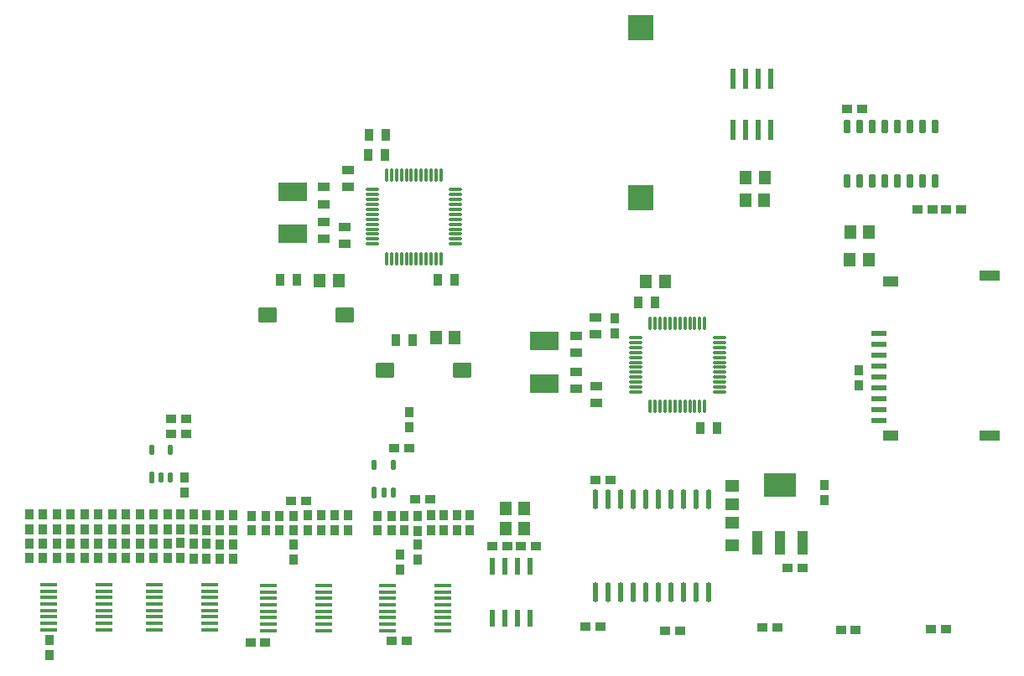
<source format=gtp>
G04*
G04 #@! TF.GenerationSoftware,Altium Limited,Altium Designer,21.9.2 (33)*
G04*
G04 Layer_Color=8421504*
%FSTAX24Y24*%
%MOIN*%
G70*
G04*
G04 #@! TF.SameCoordinates,8777FA3C-9CA2-4F10-8BE3-E232CA162E6C*
G04*
G04*
G04 #@! TF.FilePolarity,Positive*
G04*
G01*
G75*
%ADD22R,0.0374X0.0394*%
G04:AMPARAMS|DCode=23|XSize=70.9mil|YSize=59.1mil|CornerRadius=3mil|HoleSize=0mil|Usage=FLASHONLY|Rotation=180.000|XOffset=0mil|YOffset=0mil|HoleType=Round|Shape=RoundedRectangle|*
%AMROUNDEDRECTD23*
21,1,0.0709,0.0531,0,0,180.0*
21,1,0.0650,0.0591,0,0,180.0*
1,1,0.0059,-0.0325,0.0266*
1,1,0.0059,0.0325,0.0266*
1,1,0.0059,0.0325,-0.0266*
1,1,0.0059,-0.0325,-0.0266*
%
%ADD23ROUNDEDRECTD23*%
G04:AMPARAMS|DCode=24|XSize=35.4mil|YSize=47.2mil|CornerRadius=3.5mil|HoleSize=0mil|Usage=FLASHONLY|Rotation=270.000|XOffset=0mil|YOffset=0mil|HoleType=Round|Shape=RoundedRectangle|*
%AMROUNDEDRECTD24*
21,1,0.0354,0.0402,0,0,270.0*
21,1,0.0283,0.0472,0,0,270.0*
1,1,0.0071,-0.0201,-0.0142*
1,1,0.0071,-0.0201,0.0142*
1,1,0.0071,0.0201,0.0142*
1,1,0.0071,0.0201,-0.0142*
%
%ADD24ROUNDEDRECTD24*%
%ADD25O,0.0200X0.0433*%
G04:AMPARAMS|DCode=26|XSize=20mil|YSize=43.3mil|CornerRadius=0mil|HoleSize=0mil|Usage=FLASHONLY|Rotation=180.000|XOffset=0mil|YOffset=0mil|HoleType=Round|Shape=Octagon|*
%AMOCTAGOND26*
4,1,8,0.0050,-0.0217,-0.0050,-0.0217,-0.0100,-0.0167,-0.0100,0.0167,-0.0050,0.0217,0.0050,0.0217,0.0100,0.0167,0.0100,-0.0167,0.0050,-0.0217,0.0*
%
%ADD26OCTAGOND26*%

%ADD27R,0.0394X0.0945*%
%ADD28R,0.1299X0.0945*%
%ADD29R,0.0650X0.0157*%
%ADD30R,0.0591X0.0394*%
%ADD31R,0.0591X0.0197*%
%ADD32R,0.0787X0.0394*%
%ADD33R,0.0394X0.0374*%
%ADD34O,0.0118X0.0571*%
%ADD35O,0.0571X0.0118*%
G04:AMPARAMS|DCode=36|XSize=51.6mil|YSize=24.4mil|CornerRadius=3.1mil|HoleSize=0mil|Usage=FLASHONLY|Rotation=90.000|XOffset=0mil|YOffset=0mil|HoleType=Round|Shape=RoundedRectangle|*
%AMROUNDEDRECTD36*
21,1,0.0516,0.0183,0,0,90.0*
21,1,0.0455,0.0244,0,0,90.0*
1,1,0.0061,0.0092,0.0227*
1,1,0.0061,0.0092,-0.0227*
1,1,0.0061,-0.0092,-0.0227*
1,1,0.0061,-0.0092,0.0227*
%
%ADD36ROUNDEDRECTD36*%
%ADD37R,0.0236X0.0787*%
%ADD38R,0.0472X0.0551*%
%ADD39R,0.0550X0.0500*%
G04:AMPARAMS|DCode=40|XSize=64.6mil|YSize=23.2mil|CornerRadius=2.9mil|HoleSize=0mil|Usage=FLASHONLY|Rotation=90.000|XOffset=0mil|YOffset=0mil|HoleType=Round|Shape=RoundedRectangle|*
%AMROUNDEDRECTD40*
21,1,0.0646,0.0174,0,0,90.0*
21,1,0.0588,0.0232,0,0,90.0*
1,1,0.0058,0.0087,0.0294*
1,1,0.0058,0.0087,-0.0294*
1,1,0.0058,-0.0087,-0.0294*
1,1,0.0058,-0.0087,0.0294*
%
%ADD40ROUNDEDRECTD40*%
G04:AMPARAMS|DCode=41|XSize=35.4mil|YSize=47.2mil|CornerRadius=3.5mil|HoleSize=0mil|Usage=FLASHONLY|Rotation=0.000|XOffset=0mil|YOffset=0mil|HoleType=Round|Shape=RoundedRectangle|*
%AMROUNDEDRECTD41*
21,1,0.0354,0.0402,0,0,0.0*
21,1,0.0283,0.0472,0,0,0.0*
1,1,0.0071,0.0142,-0.0201*
1,1,0.0071,-0.0142,-0.0201*
1,1,0.0071,-0.0142,0.0201*
1,1,0.0071,0.0142,0.0201*
%
%ADD41ROUNDEDRECTD41*%
%ADD42R,0.0984X0.0984*%
%ADD43R,0.0551X0.0472*%
%ADD44R,0.1161X0.0768*%
%ADD45O,0.0217X0.0800*%
G04:AMPARAMS|DCode=46|XSize=35.4mil|YSize=47.2mil|CornerRadius=1.8mil|HoleSize=0mil|Usage=FLASHONLY|Rotation=180.000|XOffset=0mil|YOffset=0mil|HoleType=Round|Shape=RoundedRectangle|*
%AMROUNDEDRECTD46*
21,1,0.0354,0.0437,0,0,180.0*
21,1,0.0319,0.0472,0,0,180.0*
1,1,0.0035,-0.0159,0.0219*
1,1,0.0035,0.0159,0.0219*
1,1,0.0035,0.0159,-0.0219*
1,1,0.0035,-0.0159,-0.0219*
%
%ADD46ROUNDEDRECTD46*%
D22*
X02545Y02031D02*
D03*
Y020901D02*
D03*
X01652Y01771D02*
D03*
Y018301D02*
D03*
X02511Y014665D02*
D03*
Y015255D02*
D03*
X03364Y024055D02*
D03*
Y024645D02*
D03*
X01115Y011845D02*
D03*
Y011255D02*
D03*
X04332Y022575D02*
D03*
Y021985D02*
D03*
X04197Y018005D02*
D03*
Y017415D02*
D03*
X01145Y015695D02*
D03*
Y015105D02*
D03*
X012Y01685D02*
D03*
Y016259D02*
D03*
X0142D02*
D03*
Y01685D02*
D03*
X0109Y015695D02*
D03*
Y015105D02*
D03*
X0142D02*
D03*
Y015695D02*
D03*
X01035D02*
D03*
Y015105D02*
D03*
X01365D02*
D03*
Y015695D02*
D03*
X01145Y016845D02*
D03*
Y016255D02*
D03*
X0131Y015695D02*
D03*
Y015105D02*
D03*
X01255Y015695D02*
D03*
Y015105D02*
D03*
X01365Y016255D02*
D03*
Y016845D02*
D03*
X01035D02*
D03*
Y016255D02*
D03*
X0131Y016845D02*
D03*
Y016255D02*
D03*
X01255D02*
D03*
Y016845D02*
D03*
X012Y0157D02*
D03*
Y015109D02*
D03*
X0109Y016841D02*
D03*
Y01625D02*
D03*
X02197Y016815D02*
D03*
Y016225D02*
D03*
X02304Y016811D02*
D03*
Y01622D02*
D03*
X01975Y016795D02*
D03*
Y016205D02*
D03*
X02085Y016795D02*
D03*
Y016205D02*
D03*
X0203Y016795D02*
D03*
Y016205D02*
D03*
X0225Y016811D02*
D03*
Y01622D02*
D03*
X02085Y01565D02*
D03*
Y015059D02*
D03*
X01585Y015695D02*
D03*
Y015105D02*
D03*
X0153Y015695D02*
D03*
Y015105D02*
D03*
X01475Y015695D02*
D03*
Y015105D02*
D03*
X01585Y016845D02*
D03*
Y016255D02*
D03*
X016889Y015689D02*
D03*
Y015098D02*
D03*
X01793Y016225D02*
D03*
Y016815D02*
D03*
X016889Y016248D02*
D03*
Y016839D02*
D03*
X01793Y015075D02*
D03*
Y015665D02*
D03*
X027875Y016813D02*
D03*
Y016222D02*
D03*
X02684Y016801D02*
D03*
Y01621D02*
D03*
X02736Y016805D02*
D03*
Y016215D02*
D03*
X0258Y01565D02*
D03*
Y015059D02*
D03*
X0242Y016795D02*
D03*
Y016205D02*
D03*
X02525Y016795D02*
D03*
Y016205D02*
D03*
X0192Y016795D02*
D03*
Y016205D02*
D03*
X02475Y016795D02*
D03*
Y016205D02*
D03*
X0258Y016791D02*
D03*
Y0162D02*
D03*
X02143Y016805D02*
D03*
Y016215D02*
D03*
X01847Y015075D02*
D03*
Y015665D02*
D03*
Y016225D02*
D03*
Y016815D02*
D03*
X016376Y015703D02*
D03*
Y015113D02*
D03*
X01635Y016845D02*
D03*
Y016255D02*
D03*
X0153Y016845D02*
D03*
Y016255D02*
D03*
X01475Y016845D02*
D03*
Y016255D02*
D03*
X017408Y016814D02*
D03*
Y016224D02*
D03*
X017404Y015686D02*
D03*
Y015096D02*
D03*
X02632Y016801D02*
D03*
Y01621D02*
D03*
D23*
X027565Y022596D02*
D03*
X024495D02*
D03*
X022905Y024786D02*
D03*
X019835D02*
D03*
D24*
X02207Y028499D02*
D03*
Y02783D02*
D03*
X03288Y021939D02*
D03*
Y021269D02*
D03*
X03286Y02402D02*
D03*
Y024689D02*
D03*
X03209Y022519D02*
D03*
Y02185D02*
D03*
Y023281D02*
D03*
Y02395D02*
D03*
X02288Y027621D02*
D03*
Y02829D02*
D03*
X02304Y029871D02*
D03*
Y03054D02*
D03*
X02207Y029869D02*
D03*
Y0292D02*
D03*
D25*
X015976Y019406D02*
D03*
Y018306D02*
D03*
X015596Y018306D02*
D03*
X015226Y019406D02*
D03*
X024826Y018806D02*
D03*
Y017706D02*
D03*
X024446Y017706D02*
D03*
X024076Y018806D02*
D03*
D26*
X015226Y018306D02*
D03*
X024076Y017706D02*
D03*
D27*
X039294Y015728D02*
D03*
X0402D02*
D03*
X041106D02*
D03*
D28*
X0402Y018012D02*
D03*
D29*
X026794Y012222D02*
D03*
Y012478D02*
D03*
Y012734D02*
D03*
Y01299D02*
D03*
Y013245D02*
D03*
Y013501D02*
D03*
Y013757D02*
D03*
Y014013D02*
D03*
X024609Y012222D02*
D03*
Y012478D02*
D03*
Y012734D02*
D03*
Y01299D02*
D03*
Y013245D02*
D03*
Y013501D02*
D03*
Y013757D02*
D03*
Y014013D02*
D03*
X017524Y012262D02*
D03*
Y012518D02*
D03*
Y012774D02*
D03*
Y01303D02*
D03*
Y013285D02*
D03*
Y013541D02*
D03*
Y013797D02*
D03*
Y014053D02*
D03*
X015339Y012262D02*
D03*
Y012518D02*
D03*
Y012774D02*
D03*
Y01303D02*
D03*
Y013285D02*
D03*
Y013541D02*
D03*
Y013797D02*
D03*
Y014053D02*
D03*
X019859Y014013D02*
D03*
Y013757D02*
D03*
Y013501D02*
D03*
Y013245D02*
D03*
Y01299D02*
D03*
Y012734D02*
D03*
Y012478D02*
D03*
Y012222D02*
D03*
X022044Y014013D02*
D03*
Y013757D02*
D03*
Y013501D02*
D03*
Y013245D02*
D03*
Y01299D02*
D03*
Y012734D02*
D03*
Y012478D02*
D03*
Y012222D02*
D03*
X013324Y012262D02*
D03*
Y012518D02*
D03*
Y012774D02*
D03*
Y01303D02*
D03*
Y013285D02*
D03*
Y013541D02*
D03*
Y013797D02*
D03*
Y014053D02*
D03*
X011139Y012262D02*
D03*
Y012518D02*
D03*
Y012774D02*
D03*
Y01303D02*
D03*
Y013285D02*
D03*
Y013541D02*
D03*
Y013797D02*
D03*
Y014053D02*
D03*
D30*
X044604Y019981D02*
D03*
Y026122D02*
D03*
D31*
X044114Y020571D02*
D03*
Y024036D02*
D03*
Y023603D02*
D03*
Y02317D02*
D03*
Y022736D02*
D03*
Y022303D02*
D03*
Y02187D02*
D03*
Y021437D02*
D03*
Y021004D02*
D03*
D32*
X048541Y026358D02*
D03*
Y019981D02*
D03*
D33*
X029345Y0156D02*
D03*
X028755D02*
D03*
X04621Y01229D02*
D03*
X046801D02*
D03*
X042615Y01225D02*
D03*
X043205D02*
D03*
X039505Y01235D02*
D03*
X040095D02*
D03*
X035635Y01221D02*
D03*
X036225D02*
D03*
X032455Y0124D02*
D03*
X033045D02*
D03*
X033445Y01821D02*
D03*
X032855D02*
D03*
X0299Y0156D02*
D03*
X030491D02*
D03*
X046805Y029D02*
D03*
X047395D02*
D03*
X045675Y02899D02*
D03*
X046265D02*
D03*
X042855Y03297D02*
D03*
X043445D02*
D03*
X041095Y01472D02*
D03*
X040505D02*
D03*
X019149Y01175D02*
D03*
X01974D02*
D03*
X020775Y01738D02*
D03*
X021365D02*
D03*
X025355Y01183D02*
D03*
X024765D02*
D03*
X025705Y01744D02*
D03*
X026295D02*
D03*
X024855Y0195D02*
D03*
X025445D02*
D03*
X016005Y02005D02*
D03*
X016595D02*
D03*
X016005Y02065D02*
D03*
X016595D02*
D03*
D34*
X035037Y024463D02*
D03*
X035234D02*
D03*
X035431D02*
D03*
X035628D02*
D03*
X035825D02*
D03*
X036022D02*
D03*
X036218D02*
D03*
X036415D02*
D03*
X036612D02*
D03*
X036809D02*
D03*
X037006D02*
D03*
X037203D02*
D03*
Y021137D02*
D03*
X037006D02*
D03*
X036809D02*
D03*
X036612D02*
D03*
X036415D02*
D03*
X036218D02*
D03*
X036022D02*
D03*
X035825D02*
D03*
X035628D02*
D03*
X035431D02*
D03*
X035234D02*
D03*
X035037D02*
D03*
X024557Y027027D02*
D03*
X024754D02*
D03*
X024951D02*
D03*
X025148D02*
D03*
X025345D02*
D03*
X025542D02*
D03*
X025738D02*
D03*
X025935D02*
D03*
X026132D02*
D03*
X026329D02*
D03*
X026526D02*
D03*
X026723D02*
D03*
Y030353D02*
D03*
X026526D02*
D03*
X026329D02*
D03*
X026132D02*
D03*
X025935D02*
D03*
X025738D02*
D03*
X025542D02*
D03*
X025345D02*
D03*
X025148D02*
D03*
X024951D02*
D03*
X024754D02*
D03*
X024557D02*
D03*
D35*
X037783Y023883D02*
D03*
Y023686D02*
D03*
Y023489D02*
D03*
Y023292D02*
D03*
Y023095D02*
D03*
Y022898D02*
D03*
Y022702D02*
D03*
Y022505D02*
D03*
Y022308D02*
D03*
Y022111D02*
D03*
Y021914D02*
D03*
Y021717D02*
D03*
X034457D02*
D03*
Y021914D02*
D03*
Y022111D02*
D03*
Y022308D02*
D03*
Y022505D02*
D03*
Y022702D02*
D03*
Y022898D02*
D03*
Y023095D02*
D03*
Y023292D02*
D03*
Y023489D02*
D03*
Y023686D02*
D03*
Y023883D02*
D03*
X023977Y029773D02*
D03*
Y029576D02*
D03*
Y029379D02*
D03*
Y029182D02*
D03*
Y028985D02*
D03*
Y028788D02*
D03*
Y028592D02*
D03*
Y028395D02*
D03*
Y028198D02*
D03*
Y028001D02*
D03*
Y027804D02*
D03*
Y027607D02*
D03*
X027303D02*
D03*
Y027804D02*
D03*
Y028001D02*
D03*
Y028198D02*
D03*
Y028395D02*
D03*
Y028592D02*
D03*
Y028788D02*
D03*
Y028985D02*
D03*
Y029182D02*
D03*
Y029379D02*
D03*
Y029576D02*
D03*
Y029773D02*
D03*
D36*
X04285Y032285D02*
D03*
X04335D02*
D03*
X04635Y03012D02*
D03*
X04585Y032285D02*
D03*
Y03012D02*
D03*
X04485D02*
D03*
X04635Y032285D02*
D03*
X04535Y03012D02*
D03*
Y032285D02*
D03*
X04485D02*
D03*
X04385D02*
D03*
X04435Y03012D02*
D03*
X04385D02*
D03*
X04285D02*
D03*
X04435Y032285D02*
D03*
X04335Y03012D02*
D03*
D37*
X03982Y03419D02*
D03*
X03932D02*
D03*
X03882D02*
D03*
X03832D02*
D03*
X038316Y032143D02*
D03*
X038816D02*
D03*
X039316D02*
D03*
X039816D02*
D03*
D38*
X030026Y017076D02*
D03*
X029278D02*
D03*
X030026Y016276D02*
D03*
X029278D02*
D03*
X039566Y029366D02*
D03*
X038818D02*
D03*
X043716Y026996D02*
D03*
X042968D02*
D03*
X043736Y028096D02*
D03*
X042988D02*
D03*
X039586Y030256D02*
D03*
X038838D02*
D03*
X027266Y023896D02*
D03*
X026518D02*
D03*
X03562Y02613D02*
D03*
X034872D02*
D03*
X021898Y026166D02*
D03*
X022646D02*
D03*
D39*
X03828Y01562D02*
D03*
Y01652D02*
D03*
D40*
X02875Y012713D02*
D03*
X02925D02*
D03*
X02975D02*
D03*
X03025D02*
D03*
Y014787D02*
D03*
X02975D02*
D03*
X02925D02*
D03*
X02875D02*
D03*
D41*
X024931Y02379D02*
D03*
X0256D02*
D03*
X03702Y0203D02*
D03*
X037689D02*
D03*
X034551Y0253D02*
D03*
X03522D02*
D03*
X020989Y02619D02*
D03*
X02032D02*
D03*
X02384Y03114D02*
D03*
X024509D02*
D03*
X027259Y02619D02*
D03*
X02659D02*
D03*
D42*
X03467Y036206D02*
D03*
Y029434D02*
D03*
D43*
X038284Y017986D02*
D03*
Y017238D02*
D03*
D44*
X03084Y022054D02*
D03*
Y023746D02*
D03*
X02082Y028004D02*
D03*
Y029696D02*
D03*
D45*
X03736Y017441D02*
D03*
X03686D02*
D03*
X03636D02*
D03*
X03586D02*
D03*
X03536D02*
D03*
X03486D02*
D03*
X03436D02*
D03*
X03386D02*
D03*
X03336D02*
D03*
X03286D02*
D03*
X03736Y013759D02*
D03*
X03686D02*
D03*
X03636D02*
D03*
X03586D02*
D03*
X03536D02*
D03*
X03486D02*
D03*
X03436D02*
D03*
X03386D02*
D03*
X03336D02*
D03*
X03286D02*
D03*
D46*
X02454Y03194D02*
D03*
X023871D02*
D03*
M02*

</source>
